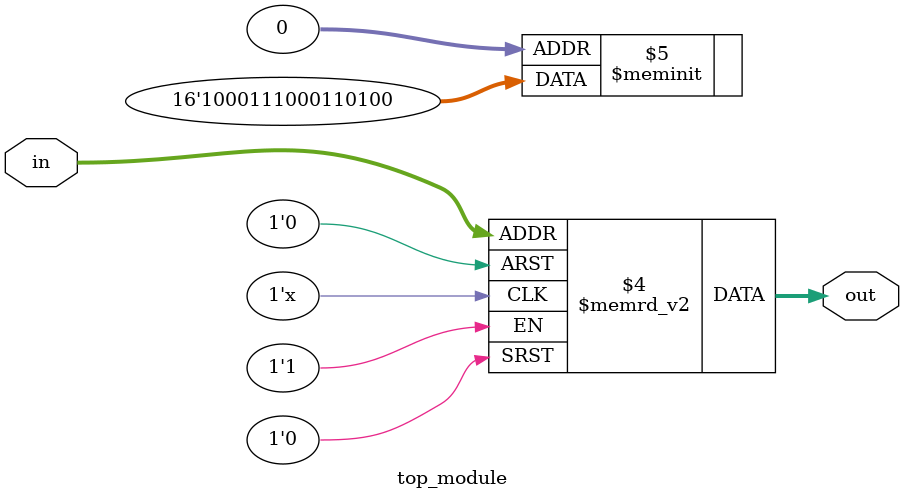
<source format=sv>
module top_module (
    input [2:0] in,
    output reg [1:0] out
);

    // Logic for addition
    always @*
    begin
        case (in)
            3'b000: out = 2'b00;
            3'b001: out = 2'b01;
            3'b010: out = 2'b11;
            3'b011: out = 2'b00;
            3'b100: out = 2'b10;
            3'b101: out = 2'b11;
            3'b110: out = 2'b00;
            3'b111: out = 2'b10;
            default: out = 2'b00;
        endcase
    end
  
endmodule

</source>
